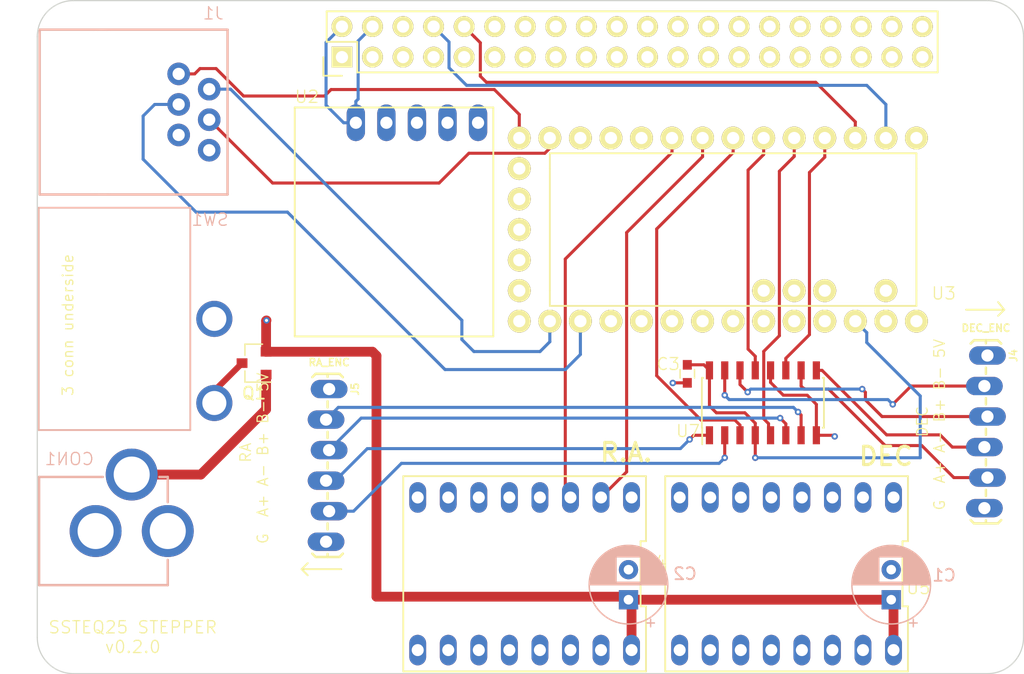
<source format=kicad_pcb>
(kicad_pcb (version 20171130) (host pcbnew 5.1.10-88a1d61d58~88~ubuntu20.04.1)
  (title_block (title "SSTEQ25 Shield") (date 2021-05-25) (rev 0.2.0) (company "StarSync Trackers"))
  (layers (0 F.Cu signal) (1 In1.Cu signal) (2 In2.Cu signal) (31 B.Cu signal) (34 B.Paste user) (35 F.Paste user) (36 B.SilkS user) (37 F.SilkS user) (38 B.Mask user) (39 F.Mask user) (44 Edge.Cuts user))
  (net 0 "")
  (net 1 +12V)
  (net 2 GND)
  (net 3 AG_RA-X)
  (net 4 AG_DEC-Y)
  (net 5 AG_DEC+Y)
  (net 6 AG_RA+X)
  (net 7 +5V)
  (net 8 RPI_TX)
  (net 9 RPI_RX)
  (net 10 +3V3)
  (net 11 +12C)
  (net 12 RA_DIR)
  (net 13 RA_STEP)
  (net 14 RA_MS3)
  (net 15 RA_MS2)
  (net 16 RA_MS1)
  (net 17 DEC_MS3)
  (net 18 DEC_MS2)
  (net 19 DEC_MS1)
  (net 20 DEC_STEP)
  (net 21 DEC_DIR)
  (net 22 "Net-(U4-Pad5)")
  (net 23 "Net-(U5-Pad5)")
  (net 24 RA_ENC_A)
  (net 25 DEC_ENC_A)
  (net 26 RA_ENC_B)
  (net 27 DEC_ENC_B)
  (net 28 RA_ENC_A+)
  (net 29 RA_ENC_A-)
  (net 30 RA_ENC_B+)
  (net 31 RA_ENC_B-)
  (net 32 DEC_ENC_A+)
  (net 33 DEC_ENC_A-)
  (net 34 DEC_ENC_B+)
  (net 35 DEC_ENC_B-)
  (net 36 "Net-(J1-Pad1)")
  (net 37 "Net-(J2-Pad1)")
  (net 38 "Net-(J2-Pad3)")
  (net 39 "Net-(J2-Pad5)")
  (net 40 "Net-(J2-Pad7)")
  (net 41 "Net-(J2-Pad11)")
  (net 42 "Net-(J2-Pad12)")
  (net 43 "Net-(J2-Pad13)")
  (net 44 "Net-(J2-Pad15)")
  (net 45 "Net-(J2-Pad16)")
  (net 46 "Net-(J2-Pad17)")
  (net 47 "Net-(J2-Pad18)")
  (net 48 "Net-(J2-Pad19)")
  (net 49 "Net-(J2-Pad21)")
  (net 50 "Net-(J2-Pad22)")
  (net 51 "Net-(J2-Pad23)")
  (net 52 "Net-(J2-Pad24)")
  (net 53 "Net-(J2-Pad26)")
  (net 54 "Net-(J2-Pad27)")
  (net 55 "Net-(J2-Pad28)")
  (net 56 "Net-(J2-Pad29)")
  (net 57 "Net-(J2-Pad30)")
  (net 58 "Net-(J2-Pad31)")
  (net 59 "Net-(J2-Pad32)")
  (net 60 "Net-(J2-Pad33)")
  (net 61 "Net-(J2-Pad35)")
  (net 62 "Net-(J2-Pad36)")
  (net 63 "Net-(J2-Pad37)")
  (net 64 "Net-(J2-Pad38)")
  (net 65 "Net-(J2-Pad40)")
  (net 66 "Net-(Q1-Pad3)")
  (net 67 "Net-(U2-Pad1)")
  (net 68 "Net-(U2-Pad2)")
  (net 69 "Net-(U3-Pad36)")
  (net 70 "Net-(U3-Pad35)")
  (net 71 "Net-(U3-Pad34)")
  (net 72 "Net-(U3-Pad33)")
  (net 73 "Net-(U3-Pad32)")
  (net 74 "Net-(U3-Pad31)")
  (net 75 "Net-(U3-Pad30)")
  (net 76 "Net-(U3-Pad29)")
  (net 77 "Net-(U3-Pad28)")
  (net 78 "Net-(U3-Pad13)")
  (net 79 "Net-(U3-Pad23)")
  (net 80 "Net-(U3-Pad25)")
  (net 81 "Net-(U4-Pad1)")
  (net 82 "Net-(U4-Pad14)")
  (net 83 "Net-(U4-Pad13)")
  (net 84 "Net-(U4-Pad12)")
  (net 85 "Net-(U4-Pad11)")
  (net 86 "Net-(U5-Pad11)")
  (net 87 "Net-(U5-Pad12)")
  (net 88 "Net-(U5-Pad13)")
  (net 89 "Net-(U5-Pad14)")
  (net 90 "Net-(U5-Pad1)")
  (net 91 "Net-(U4-Pad10)")
  (net 92 "Net-(U5-Pad10)")
  (net 93 "Net-(U3-Pad16)")
  (net 94 "Net-(U3-Pad17)")
  (module RPi_Hat:Pin_Header_Straight_2x20 (layer F.Cu) (at 148.2605 69.532 90)
    (fp_text reference J2 hide)
    (fp_text value RPi_GPIO)
    (pad 1 thru_hole rect (at -1.27 -24.13 90) (size 1.7272 1.7272) (drill 1.016) (layers *.Cu *.Mask F.SilkS) (net 37 "Net-(J2-Pad1)"))
    (pad 2 thru_hole oval (at 1.27 -24.13 90) (size 1.7272 1.7272) (drill 1.016) (layers *.Cu *.Mask F.SilkS) (net 7 +5V))
    (pad 3 thru_hole oval (at -1.27 -21.59 90) (size 1.7272 1.7272) (drill 1.016) (layers *.Cu *.Mask F.SilkS) (net 38 "Net-(J2-Pad3)"))
    (pad 4 thru_hole oval (at 1.27 -21.59 90) (size 1.7272 1.7272) (drill 1.016) (layers *.Cu *.Mask F.SilkS) (net 7 +5V))
    (pad 5 thru_hole oval (at -1.27 -19.05 90) (size 1.7272 1.7272) (drill 1.016) (layers *.Cu *.Mask F.SilkS) (net 39 "Net-(J2-Pad5)"))
    (pad 6 thru_hole oval (at 1.27 -19.05 90) (size 1.7272 1.7272) (drill 1.016) (layers *.Cu *.Mask F.SilkS) (net 2 GND))
    (pad 7 thru_hole oval (at -1.27 -16.51 90) (size 1.7272 1.7272) (drill 1.016) (layers *.Cu *.Mask F.SilkS) (net 40 "Net-(J2-Pad7)"))
    (pad 8 thru_hole oval (at 1.27 -16.51 90) (size 1.7272 1.7272) (drill 1.016) (layers *.Cu *.Mask F.SilkS) (net 8 RPI_TX))
    (pad 9 thru_hole oval (at -1.27 -13.97 90) (size 1.7272 1.7272) (drill 1.016) (layers *.Cu *.Mask F.SilkS) (net 2 GND))
    (pad 10 thru_hole oval (at 1.27 -13.97 90) (size 1.7272 1.7272) (drill 1.016) (layers *.Cu *.Mask F.SilkS) (net 9 RPI_RX))
    (pad 11 thru_hole oval (at -1.27 -11.43 90) (size 1.7272 1.7272) (drill 1.016) (layers *.Cu *.Mask F.SilkS) (net 41 "Net-(J2-Pad11)"))
    (pad 12 thru_hole oval (at 1.27 -11.43 90) (size 1.7272 1.7272) (drill 1.016) (layers *.Cu *.Mask F.SilkS) (net 42 "Net-(J2-Pad12)"))
    (pad 13 thru_hole oval (at -1.27 -8.89 90) (size 1.7272 1.7272) (drill 1.016) (layers *.Cu *.Mask F.SilkS) (net 43 "Net-(J2-Pad13)"))
    (pad 14 thru_hole oval (at 1.27 -8.89 90) (size 1.7272 1.7272) (drill 1.016) (layers *.Cu *.Mask F.SilkS) (net 2 GND))
    (pad 15 thru_hole oval (at -1.27 -6.35 90) (size 1.7272 1.7272) (drill 1.016) (layers *.Cu *.Mask F.SilkS) (net 44 "Net-(J2-Pad15)"))
    (pad 16 thru_hole oval (at 1.27 -6.35 90) (size 1.7272 1.7272) (drill 1.016) (layers *.Cu *.Mask F.SilkS) (net 45 "Net-(J2-Pad16)"))
    (pad 17 thru_hole oval (at -1.27 -3.81 90) (size 1.7272 1.7272) (drill 1.016) (layers *.Cu *.Mask F.SilkS) (net 46 "Net-(J2-Pad17)"))
    (pad 18 thru_hole oval (at 1.27 -3.81 90) (size 1.7272 1.7272) (drill 1.016) (layers *.Cu *.Mask F.SilkS) (net 47 "Net-(J2-Pad18)"))
    (pad 19 thru_hole oval (at -1.27 -1.27 90) (size 1.7272 1.7272) (drill 1.016) (layers *.Cu *.Mask F.SilkS) (net 48 "Net-(J2-Pad19)"))
    (pad 20 thru_hole oval (at 1.27 -1.27 90) (size 1.7272 1.7272) (drill 1.016) (layers *.Cu *.Mask F.SilkS) (net 2 GND))
    (pad 21 thru_hole oval (at -1.27 1.27 90) (size 1.7272 1.7272) (drill 1.016) (layers *.Cu *.Mask F.SilkS) (net 49 "Net-(J2-Pad21)"))
    (pad 22 thru_hole oval (at 1.27 1.27 90) (size 1.7272 1.7272) (drill 1.016) (layers *.Cu *.Mask F.SilkS) (net 50 "Net-(J2-Pad22)"))
    (pad 23 thru_hole oval (at -1.27 3.81 90) (size 1.7272 1.7272) (drill 1.016) (layers *.Cu *.Mask F.SilkS) (net 51 "Net-(J2-Pad23)"))
    (pad 24 thru_hole oval (at 1.27 3.81 90) (size 1.7272 1.7272) (drill 1.016) (layers *.Cu *.Mask F.SilkS) (net 52 "Net-(J2-Pad24)"))
    (pad 25 thru_hole oval (at -1.27 6.35 90) (size 1.7272 1.7272) (drill 1.016) (layers *.Cu *.Mask F.SilkS) (net 2 GND))
    (pad 26 thru_hole oval (at 1.27 6.35 90) (size 1.7272 1.7272) (drill 1.016) (layers *.Cu *.Mask F.SilkS) (net 53 "Net-(J2-Pad26)"))
    (pad 27 thru_hole oval (at -1.27 8.89 90) (size 1.7272 1.7272) (drill 1.016) (layers *.Cu *.Mask F.SilkS) (net 54 "Net-(J2-Pad27)"))
    (pad 28 thru_hole oval (at 1.27 8.89 90) (size 1.7272 1.7272) (drill 1.016) (layers *.Cu *.Mask F.SilkS) (net 55 "Net-(J2-Pad28)"))
    (pad 29 thru_hole oval (at -1.27 11.43 90) (size 1.7272 1.7272) (drill 1.016) (layers *.Cu *.Mask F.SilkS) (net 56 "Net-(J2-Pad29)"))
    (pad 30 thru_hole oval (at 1.27 11.43 90) (size 1.7272 1.7272) (drill 1.016) (layers *.Cu *.Mask F.SilkS) (net 57 "Net-(J2-Pad30)"))
    (pad 31 thru_hole oval (at -1.27 13.97 90) (size 1.7272 1.7272) (drill 1.016) (layers *.Cu *.Mask F.SilkS) (net 58 "Net-(J2-Pad31)"))
    (pad 32 thru_hole oval (at 1.27 13.97 90) (size 1.7272 1.7272) (drill 1.016) (layers *.Cu *.Mask F.SilkS) (net 59 "Net-(J2-Pad32)"))
    (pad 33 thru_hole oval (at -1.27 16.51 90) (size 1.7272 1.7272) (drill 1.016) (layers *.Cu *.Mask F.SilkS) (net 60 "Net-(J2-Pad33)"))
    (pad 34 thru_hole oval (at 1.27 16.51 90) (size 1.7272 1.7272) (drill 1.016) (layers *.Cu *.Mask F.SilkS) (net 2 GND))
    (pad 35 thru_hole oval (at -1.27 19.05 90) (size 1.7272 1.7272) (drill 1.016) (layers *.Cu *.Mask F.SilkS) (net 61 "Net-(J2-Pad35)"))
    (pad 36 thru_hole oval (at 1.27 19.05 90) (size 1.7272 1.7272) (drill 1.016) (layers *.Cu *.Mask F.SilkS) (net 62 "Net-(J2-Pad36)"))
    (pad 37 thru_hole oval (at -1.27 21.59 90) (size 1.7272 1.7272) (drill 1.016) (layers *.Cu *.Mask F.SilkS) (net 63 "Net-(J2-Pad37)"))
    (pad 38 thru_hole oval (at 1.27 21.59 90) (size 1.7272 1.7272) (drill 1.016) (layers *.Cu *.Mask F.SilkS) (net 64 "Net-(J2-Pad38)"))
    (pad 39 thru_hole oval (at -1.27 24.13 90) (size 1.7272 1.7272) (drill 1.016) (layers *.Cu *.Mask F.SilkS) (net 2 GND))
    (pad 40 thru_hole oval (at 1.27 24.13 90) (size 1.7272 1.7272) (drill 1.016) (layers *.Cu *.Mask F.SilkS) (net 65 "Net-(J2-Pad40)"))
  )
  (module RPi_Hat:RPi_Hat_Mounting_Hole (layer F.Cu) (at 177.2605 69.532)
    (fp_text reference "" hide)
    (fp_text value "" hide)
    (pad "" np_thru_hole circle (at 0 0) (size 2.75 2.75) (drill 2.75) (layers *.Cu *.Mask) (clearance 1.725))
  )
  (module RPi_Hat:RPi_Hat_Mounting_Hole (layer F.Cu) (at 177.2605 118.532)
    (fp_text reference "" hide)
    (fp_text value "" hide)
    (pad "" np_thru_hole circle (at 0 0) (size 2.75 2.75) (drill 2.75) (layers *.Cu *.Mask) (clearance 1.725))
  )
  (module RPi_Hat:RPi_Hat_Mounting_Hole (layer F.Cu) (at 119.2605 118.532)
    (fp_text reference "" hide)
    (fp_text value "" hide)
    (pad "" np_thru_hole circle (at 0 0) (size 2.75 2.75) (drill 2.75) (layers *.Cu *.Mask) (clearance 1.725))
  )
  (module RPi_Hat:RPi_Hat_Mounting_Hole (layer F.Cu) (at 119.2605 69.532)
    (fp_text reference "" hide)
    (fp_text value "" hide)
    (pad "" np_thru_hole circle (at 0 0) (size 2.75 2.75) (drill 2.75) (layers *.Cu *.Mask) (clearance 1.725))
  )
  (module isadore_custom_footprints:POWER_JACK_PTH (layer B.Cu) (at 95.9485 110.236 90)
    (fp_text reference CON1 (at 5.3975 7.6365) (layer B.SilkS) (effects (font (size 1.016 1.016) (thickness 0.1016)) (justify left bottom mirror)))
    (fp_text value BARREL_JACK hide)
    (pad 1 thru_hole circle (at 0 13.7 90) (size 4.318 4.318) (drill 2.9972) (layers *.Cu *.Mask) (net 1 +12V))
    (pad 3 thru_hole circle (at 0 7.7 90) (size 4.318 4.318) (drill 2.9972) (layers *.Cu *.Mask) (net 2 GND))
    (pad 2 thru_hole circle (at 4.7 10.7) (size 4.318 4.318) (drill 2.9972) (layers *.Cu *.Mask) (net 2 GND))
  )
  (module SparkFun-Connectors:RJ11-6 (layer B.Cu) (at 104.2035 75.3745 90)
    (fp_text reference J1 (at 7.62 10.16) (layer B.SilkS) (effects (font (size 1.016 1.016) (thickness 0.1016)) (justify left bottom mirror)))
    (fp_text value RJ12 hide)
    (pad 1 thru_hole circle (at -3.175 8.89 90) (size 1.8796 1.8796) (drill 1.016) (layers *.Cu *.Mask) (net 36 "Net-(J1-Pad1)"))
    (pad 2 thru_hole circle (at -1.905 6.35 90) (size 1.8796 1.8796) (drill 1.016) (layers *.Cu *.Mask) (net 2 GND))
    (pad 3 thru_hole circle (at -0.635 8.89 90) (size 1.8796 1.8796) (drill 1.016) (layers *.Cu *.Mask) (net 3 AG_RA-X))
    (pad 4 thru_hole circle (at 0.635 6.35 90) (size 1.8796 1.8796) (drill 1.016) (layers *.Cu *.Mask) (net 4 AG_DEC-Y))
    (pad 5 thru_hole circle (at 1.905 8.89 90) (size 1.8796 1.8796) (drill 1.016) (layers *.Cu *.Mask) (net 5 AG_DEC+Y))
    (pad 6 thru_hole circle (at 3.175 6.35 90) (size 1.8796 1.8796) (drill 1.016) (layers *.Cu *.Mask) (net 6 AG_RA+X))
    (pad "" np_thru_hole circle (at -5.08 0 90) (size 3.2512 3.2512) (drill 3.2512) (layers *.Cu))
    (pad "" np_thru_hole circle (at 5.08 0 90) (size 3.2512 3.2512) (drill 3.2512) (layers *.Cu))
  )
  (module isadore_custom_footprints:pololu_D24V22F5 (layer F.Cu) (at 130.3655 76.2635 180)
    (fp_text reference U2 (at 9.144 2.159) (layer F.SilkS) (effects (font (size 1.016 1.016) (thickness 0.1016))))
    (fp_text value pololu_D24V22F5)
    (pad 1 thru_hole oval (at -5.08 0 180) (size 1.524 3.048) (drill 1.016) (layers *.Cu *.Mask) (net 67 "Net-(U2-Pad1)"))
    (pad 2 thru_hole oval (at -2.54 0 180) (size 1.524 3.048) (drill 1.016) (layers *.Cu *.Mask) (net 68 "Net-(U2-Pad2)"))
    (pad 3 thru_hole oval (at 0 0 180) (size 1.524 3.048) (drill 1.016) (layers *.Cu *.Mask) (net 11 +12C))
    (pad 4 thru_hole oval (at 2.54 0 180) (size 1.524 3.048) (drill 1.016) (layers *.Cu *.Mask) (net 2 GND))
    (pad 5 thru_hole oval (at 5.08 0 180) (size 1.524 3.048) (drill 1.016) (layers *.Cu *.Mask) (net 7 +5V))
  )
  (module custom_footprints:Teensy-3.1 (layer F.Cu) (at 169.3545 77.5335 180)
    (fp_text reference U3 (at -4.8133 -12.9286) (layer F.SilkS) (effects (font (size 1.016 1.016) (thickness 0.1016))))
    (fp_text value Teensy_3.1)
    (pad 36 thru_hole circle (at 10.16 -12.7 180) (size 1.9 1.9) (drill 1.016) (layers *.Cu *.Mask F.SilkS) (net 69 "Net-(U3-Pad36)"))
    (pad 35 thru_hole circle (at 7.62 -12.7 180) (size 1.9 1.9) (drill 1.016) (layers *.Cu *.Mask F.SilkS) (net 70 "Net-(U3-Pad35)"))
    (pad 34 thru_hole circle (at 5.08 -12.7 180) (size 1.9 1.9) (drill 1.016) (layers *.Cu *.Mask F.SilkS) (net 71 "Net-(U3-Pad34)"))
    (pad 33 thru_hole circle (at 0 -12.7 180) (size 1.9 1.9) (drill 1.016) (layers *.Cu *.Mask F.SilkS) (net 72 "Net-(U3-Pad33)"))
    (pad 32 thru_hole circle (at 30.48 -2.54 180) (size 1.9 1.9) (drill 1.016) (layers *.Cu *.Mask F.SilkS) (net 73 "Net-(U3-Pad32)"))
    (pad 31 thru_hole circle (at 30.48 -5.08 180) (size 1.9 1.9) (drill 1.016) (layers *.Cu *.Mask F.SilkS) (net 74 "Net-(U3-Pad31)"))
    (pad 30 thru_hole circle (at 30.48 -7.62 180) (size 1.9 1.9) (drill 1.016) (layers *.Cu *.Mask F.SilkS) (net 75 "Net-(U3-Pad30)"))
    (pad 29 thru_hole circle (at 30.48 -10.16 180) (size 1.9 1.9) (drill 1.016) (layers *.Cu *.Mask F.SilkS) (net 76 "Net-(U3-Pad29)"))
    (pad 28 thru_hole circle (at 30.48 -12.7 180) (size 1.9 1.9) (drill 1.016) (layers *.Cu *.Mask F.SilkS) (net 77 "Net-(U3-Pad28)"))
    (pad 0 thru_hole circle (at 0 0 180) (size 1.9 1.9) (drill 1.016) (layers *.Cu *.Mask F.SilkS) (net 8 RPI_TX))
    (pad 1 thru_hole circle (at 2.54 0 180) (size 1.9 1.9) (drill 1.016) (layers *.Cu *.Mask F.SilkS) (net 9 RPI_RX))
    (pad 2 thru_hole circle (at 5.08 0 180) (size 1.9 1.9) (drill 1.016) (layers *.Cu *.Mask F.SilkS) (net 25 DEC_ENC_A))
    (pad 3 thru_hole circle (at 7.62 0 180) (size 1.9 1.9) (drill 1.016) (layers *.Cu *.Mask F.SilkS) (net 26 RA_ENC_B))
    (pad 4 thru_hole circle (at 10.16 0 180) (size 1.9 1.9) (drill 1.016) (layers *.Cu *.Mask F.SilkS) (net 27 DEC_ENC_B))
    (pad 5 thru_hole circle (at 12.7 0 180) (size 1.9 1.9) (drill 1.016) (layers *.Cu *.Mask F.SilkS) (net 24 RA_ENC_A))
    (pad 6 thru_hole circle (at 15.24 0 180) (size 1.9 1.9) (drill 1.016) (layers *.Cu *.Mask F.SilkS) (net 16 RA_MS1))
    (pad 7 thru_hole circle (at 17.78 0 180) (size 1.9 1.9) (drill 1.016) (layers *.Cu *.Mask F.SilkS) (net 15 RA_MS2))
    (pad 8 thru_hole circle (at 20.32 0 180) (size 1.9 1.9) (drill 1.016) (layers *.Cu *.Mask F.SilkS) (net 14 RA_MS3))
    (pad 9 thru_hole circle (at 22.86 0 180) (size 1.9 1.9) (drill 1.016) (layers *.Cu *.Mask F.SilkS) (net 13 RA_STEP))
    (pad 10 thru_hole circle (at 25.4 0 180) (size 1.9 1.9) (drill 1.016) (layers *.Cu *.Mask F.SilkS) (net 12 RA_DIR))
    (pad 11 thru_hole circle (at 27.94 0 180) (size 1.9 1.9) (drill 1.016) (layers *.Cu *.Mask F.SilkS) (net 3 AG_RA-X))
    (pad 12 thru_hole circle (at 30.48 0 180) (size 1.9 1.9) (drill 1.016) (layers *.Cu *.Mask F.SilkS) (net 6 AG_RA+X))
    (pad 13 thru_hole circle (at 30.48 -15.24 180) (size 1.9 1.9) (drill 1.016) (layers *.Cu *.Mask F.SilkS) (net 78 "Net-(U3-Pad13)"))
    (pad 14 thru_hole circle (at 27.94 -15.24 180) (size 1.9 1.9) (drill 1.016) (layers *.Cu *.Mask F.SilkS) (net 5 AG_DEC+Y))
    (pad 15 thru_hole circle (at 25.4 -15.24 180) (size 1.9 1.9) (drill 1.016) (layers *.Cu *.Mask F.SilkS) (net 4 AG_DEC-Y))
    (pad 16 thru_hole circle (at 22.86 -15.24 180) (size 1.9 1.9) (drill 1.016) (layers *.Cu *.Mask F.SilkS) (net 93 "Net-(U3-Pad16)"))
    (pad 17 thru_hole circle (at 20.32 -15.24 180) (size 1.9 1.9) (drill 1.016) (layers *.Cu *.Mask F.SilkS) (net 94 "Net-(U3-Pad17)"))
    (pad 18 thru_hole circle (at 17.78 -15.24 180) (size 1.9 1.9) (drill 1.016) (layers *.Cu *.Mask F.SilkS) (net 17 DEC_MS3))
    (pad 19 thru_hole circle (at 15.24 -15.24 180) (size 1.9 1.9) (drill 1.016) (layers *.Cu *.Mask F.SilkS) (net 18 DEC_MS2))
    (pad 20 thru_hole circle (at 12.7 -15.24 180) (size 1.9 1.9) (drill 1.016) (layers *.Cu *.Mask F.SilkS) (net 19 DEC_MS1))
    (pad 21 thru_hole circle (at 10.16 -15.24 180) (size 1.9 1.9) (drill 1.016) (layers *.Cu *.Mask F.SilkS) (net 20 DEC_STEP))
    (pad 22 thru_hole circle (at 7.62 -15.24 180) (size 1.9 1.9) (drill 1.016) (layers *.Cu *.Mask F.SilkS) (net 21 DEC_DIR))
    (pad 23 thru_hole circle (at 5.08 -15.24 180) (size 1.9 1.9) (drill 1.016) (layers *.Cu *.Mask F.SilkS) (net 79 "Net-(U3-Pad23)"))
    (pad 24 thru_hole circle (at 2.54 -15.24 180) (size 1.9 1.9) (drill 1.016) (layers *.Cu *.Mask F.SilkS) (net 10 +3V3))
    (pad 25 thru_hole circle (at 0 -15.24 180) (size 1.9 1.9) (drill 1.016) (layers *.Cu *.Mask F.SilkS) (net 80 "Net-(U3-Pad25)"))
    (pad 26 thru_hole circle (at -2.54 -15.24 180) (size 1.9 1.9) (drill 1.016) (layers *.Cu *.Mask F.SilkS) (net 7 +5V))
    (pad 27 thru_hole circle (at -2.54 0 180) (size 1.9 1.9) (drill 1.016) (layers *.Cu *.Mask F.SilkS) (net 2 GND))
  )
  (module custom_footprints:PWR_SWITCH_RA1H1C112R (layer B.Cu) (at 105.2195 92.583 270)
    (fp_text reference SW1 (at -8.255 -7.9375 180) (layer B.SilkS) (effects (font (size 1.016 1.016) (thickness 0.1016)) (justify mirror)))
    (fp_text value SW_SPST hide)
    (pad 1 thru_hole circle (at 0 -8.3 270) (size 3 3) (drill 2) (layers *.Cu *.Mask) (net 1 +12V))
    (pad 2 thru_hole circle (at 7 -8.3 270) (size 3 3) (drill 2) (layers *.Cu *.Mask) (net 66 "Net-(Q1-Pad3)"))
  )
  (module Capacitors_SMD:C_0603 (layer F.Cu) (at 152.8445 97.155 90)
    (fp_text reference C3 (at 0.8128 -1.5875 180) (layer F.SilkS) (effects (font (thickness 0.1016))))
    (fp_text value 0.1u)
    (pad 1 smd rect (at -0.75 0 90) (size 0.8 0.75) (layers F.Cu F.Paste F.Mask) (net 2 GND))
    (pad 2 smd rect (at 0.75 0 90) (size 0.8 0.75) (layers F.Cu F.Paste F.Mask) (net 10 +3V3))
  )
  (module custom_footprints:pololu_a4988 (layer F.Cu) (at 139.319 113.792 180)
    (fp_text reference U4 (at -10.7696 0.9398) (layer F.SilkS) (effects (font (thickness 0.1016))))
    (fp_text value TB67S249-FTG)
    (pad 16 thru_hole oval (at -8.89 -6.35 180) (size 1.4 2.54) (drill 1) (layers *.Cu *.Mask) (net 11 +12C))
    (pad 1 thru_hole oval (at -8.89 6.35 180) (size 1.4 2.54) (drill 1) (layers *.Cu *.Mask) (net 81 "Net-(U4-Pad1)"))
    (pad 15 thru_hole oval (at -6.35 -6.35 180) (size 1.4 2.54) (drill 1) (layers *.Cu *.Mask) (net 2 GND))
    (pad 2 thru_hole oval (at -6.35 6.35 180) (size 1.4 2.54) (drill 1) (layers *.Cu *.Mask) (net 16 RA_MS1))
    (pad 14 thru_hole oval (at -3.81 -6.35 180) (size 1.4 2.54) (drill 1) (layers *.Cu *.Mask) (net 82 "Net-(U4-Pad14)"))
    (pad 3 thru_hole oval (at -3.81 6.35 180) (size 1.4 2.54) (drill 1) (layers *.Cu *.Mask) (net 15 RA_MS2))
    (pad 13 thru_hole oval (at -1.27 -6.35 180) (size 1.4 2.54) (drill 1) (layers *.Cu *.Mask) (net 83 "Net-(U4-Pad13)"))
    (pad 4 thru_hole oval (at -1.27 6.35 180) (size 1.4 2.54) (drill 1) (layers *.Cu *.Mask) (net 14 RA_MS3))
    (pad 12 thru_hole oval (at 1.27 -6.35 180) (size 1.4 2.54) (drill 1) (layers *.Cu *.Mask) (net 84 "Net-(U4-Pad12)"))
    (pad 5 thru_hole oval (at 1.27 6.35 180) (size 1.4 2.54) (drill 1) (layers *.Cu *.Mask) (net 22 "Net-(U4-Pad5)"))
    (pad 11 thru_hole oval (at 3.81 -6.35 180) (size 1.4 2.54) (drill 1) (layers *.Cu *.Mask) (net 85 "Net-(U4-Pad11)"))
    (pad 6 thru_hole oval (at 3.81 6.35 180) (size 1.4 2.54) (drill 1) (layers *.Cu *.Mask) (net 2 GND))
    (pad 10 thru_hole oval (at 6.35 -6.35 180) (size 1.4 2.54) (drill 1) (layers *.Cu *.Mask) (net 91 "Net-(U4-Pad10)"))
    (pad 7 thru_hole oval (at 6.35 6.35 180) (size 1.4 2.54) (drill 1) (layers *.Cu *.Mask) (net 13 RA_STEP))
    (pad 9 thru_hole oval (at 8.89 -6.35 180) (size 1.4 2.54) (drill 1) (layers *.Cu *.Mask) (net 2 GND))
    (pad 8 thru_hole oval (at 8.89 6.35 180) (size 1.4 2.54) (drill 1) (layers *.Cu *.Mask) (net 12 RA_DIR))
  )
  (module custom_footprints:pololu_a4988 (layer F.Cu) (at 161.0995 113.792 180)
    (fp_text reference U5 (at -10.9601 -1.1938) (layer F.SilkS) (effects (font (thickness 0.1016))))
    (fp_text value TB67S249-FTG)
    (pad 8 thru_hole oval (at 8.89 6.35 180) (size 1.4 2.54) (drill 1) (layers *.Cu *.Mask) (net 21 DEC_DIR))
    (pad 9 thru_hole oval (at 8.89 -6.35 180) (size 1.4 2.54) (drill 1) (layers *.Cu *.Mask) (net 2 GND))
    (pad 7 thru_hole oval (at 6.35 6.35 180) (size 1.4 2.54) (drill 1) (layers *.Cu *.Mask) (net 20 DEC_STEP))
    (pad 10 thru_hole oval (at 6.35 -6.35 180) (size 1.4 2.54) (drill 1) (layers *.Cu *.Mask) (net 92 "Net-(U5-Pad10)"))
    (pad 6 thru_hole oval (at 3.81 6.35 180) (size 1.4 2.54) (drill 1) (layers *.Cu *.Mask) (net 2 GND))
    (pad 11 thru_hole oval (at 3.81 -6.35 180) (size 1.4 2.54) (drill 1) (layers *.Cu *.Mask) (net 86 "Net-(U5-Pad11)"))
    (pad 5 thru_hole oval (at 1.27 6.35 180) (size 1.4 2.54) (drill 1) (layers *.Cu *.Mask) (net 23 "Net-(U5-Pad5)"))
    (pad 12 thru_hole oval (at 1.27 -6.35 180) (size 1.4 2.54) (drill 1) (layers *.Cu *.Mask) (net 87 "Net-(U5-Pad12)"))
    (pad 4 thru_hole oval (at -1.27 6.35 180) (size 1.4 2.54) (drill 1) (layers *.Cu *.Mask) (net 17 DEC_MS3))
    (pad 13 thru_hole oval (at -1.27 -6.35 180) (size 1.4 2.54) (drill 1) (layers *.Cu *.Mask) (net 88 "Net-(U5-Pad13)"))
    (pad 3 thru_hole oval (at -3.81 6.35 180) (size 1.4 2.54) (drill 1) (layers *.Cu *.Mask) (net 18 DEC_MS2))
    (pad 14 thru_hole oval (at -3.81 -6.35 180) (size 1.4 2.54) (drill 1) (layers *.Cu *.Mask) (net 89 "Net-(U5-Pad14)"))
    (pad 2 thru_hole oval (at -6.35 6.35 180) (size 1.4 2.54) (drill 1) (layers *.Cu *.Mask) (net 19 DEC_MS1))
    (pad 15 thru_hole oval (at -6.35 -6.35 180) (size 1.4 2.54) (drill 1) (layers *.Cu *.Mask) (net 2 GND))
    (pad 1 thru_hole oval (at -8.89 6.35 180) (size 1.4 2.54) (drill 1) (layers *.Cu *.Mask) (net 90 "Net-(U5-Pad1)"))
    (pad 16 thru_hole oval (at -8.89 -6.35 180) (size 1.4 2.54) (drill 1) (layers *.Cu *.Mask) (net 11 +12C))
  )
  (module Housings_SOIC:SOIC-16_3.9x9.9mm_Pitch1.27mm (layer F.Cu) (at 159.131 99.568 90)
    (fp_text reference U7 (at -2.3495 -6.223 180) (layer F.SilkS) (effects (font (thickness 0.1016))))
    (fp_text value AM26LV32CDRG4)
    (pad 16 smd rect (at 2.7 -4.445 90) (size 1.5 0.6) (layers F.Cu F.Paste F.Mask) (net 10 +3V3))
    (pad 15 smd rect (at 2.7 -3.175 90) (size 1.5 0.6) (layers F.Cu F.Paste F.Mask) (net 35 DEC_ENC_B-))
    (pad 14 smd rect (at 2.7 -1.905 90) (size 1.5 0.6) (layers F.Cu F.Paste F.Mask) (net 34 DEC_ENC_B+))
    (pad 13 smd rect (at 2.7 -0.635 90) (size 1.5 0.6) (layers F.Cu F.Paste F.Mask) (net 27 DEC_ENC_B))
    (pad 12 smd rect (at 2.7 0.635 90) (size 1.5 0.6) (layers F.Cu F.Paste F.Mask) (net 2 GND))
    (pad 11 smd rect (at 2.7 1.905 90) (size 1.5 0.6) (layers F.Cu F.Paste F.Mask) (net 25 DEC_ENC_A))
    (pad 10 smd rect (at 2.7 3.175 90) (size 1.5 0.6) (layers F.Cu F.Paste F.Mask) (net 32 DEC_ENC_A+))
    (pad 9 smd rect (at 2.7 4.445 90) (size 1.5 0.6) (layers F.Cu F.Paste F.Mask) (net 33 DEC_ENC_A-))
    (pad 8 smd rect (at -2.7 4.445 90) (size 1.5 0.6) (layers F.Cu F.Paste F.Mask) (net 2 GND))
    (pad 7 smd rect (at -2.7 3.175 90) (size 1.5 0.6) (layers F.Cu F.Paste F.Mask) (net 31 RA_ENC_B-))
    (pad 6 smd rect (at -2.7 1.905 90) (size 1.5 0.6) (layers F.Cu F.Paste F.Mask) (net 30 RA_ENC_B+))
    (pad 5 smd rect (at -2.7 0.635 90) (size 1.5 0.6) (layers F.Cu F.Paste F.Mask) (net 26 RA_ENC_B))
    (pad 4 smd rect (at -2.7 -0.635 90) (size 1.5 0.6) (layers F.Cu F.Paste F.Mask) (net 10 +3V3))
    (pad 3 smd rect (at -2.7 -1.905 90) (size 1.5 0.6) (layers F.Cu F.Paste F.Mask) (net 24 RA_ENC_A))
    (pad 2 smd rect (at -2.7 -3.175 90) (size 1.5 0.6) (layers F.Cu F.Paste F.Mask) (net 28 RA_ENC_A+))
    (pad 1 smd rect (at -2.7 -4.445 90) (size 1.5 0.6) (layers F.Cu F.Paste F.Mask) (net 29 RA_ENC_A-))
  )
  (module Connectors:1X06_LOCK_LONGPADS (layer F.Cu) (at 177.8 95.631 270)
    (fp_text reference J4 (at 0 -2.159 270) (layer F.SilkS) (effects (font (size 0.6096 0.6096) (thickness 0.127))))
    (fp_text value DEC_ENC (at -2.286 0.127) (layer F.SilkS) (effects (font (size 0.6096 0.6096) (thickness 0.127))))
    (pad 1 thru_hole oval (at 0 0 90) (size 1.524 3.048) (drill 1.016) (layers *.Cu *.Mask) (net 7 +5V))
    (pad 2 thru_hole oval (at 2.54 0.254 90) (size 1.524 3.048) (drill 1.016) (layers *.Cu *.Mask) (net 35 DEC_ENC_B-))
    (pad 3 thru_hole oval (at 5.08 0 90) (size 1.524 3.048) (drill 1.016) (layers *.Cu *.Mask) (net 34 DEC_ENC_B+))
    (pad 4 thru_hole oval (at 7.62 0.254 90) (size 1.524 3.048) (drill 1.016) (layers *.Cu *.Mask) (net 33 DEC_ENC_A-))
    (pad 5 thru_hole oval (at 10.16 0 90) (size 1.524 3.048) (drill 1.016) (layers *.Cu *.Mask) (net 32 DEC_ENC_A+))
    (pad 6 thru_hole oval (at 12.7 0.254 90) (size 1.524 3.048) (drill 1.016) (layers *.Cu *.Mask) (net 2 GND))
  )
  (module Connectors:1X06_LOCK_LONGPADS (layer F.Cu) (at 123.063 98.425 270)
    (fp_text reference J5 (at 0 -2.159 270) (layer F.SilkS) (effects (font (size 0.6096 0.6096) (thickness 0.127))))
    (fp_text value RA_ENC (at -2.2225 0) (layer F.SilkS) (effects (font (size 0.6096 0.6096) (thickness 0.127))))
    (pad 6 thru_hole oval (at 12.7 0.254 90) (size 1.524 3.048) (drill 1.016) (layers *.Cu *.Mask) (net 2 GND))
    (pad 5 thru_hole oval (at 10.16 0 90) (size 1.524 3.048) (drill 1.016) (layers *.Cu *.Mask) (net 28 RA_ENC_A+))
    (pad 4 thru_hole oval (at 7.62 0.254 90) (size 1.524 3.048) (drill 1.016) (layers *.Cu *.Mask) (net 29 RA_ENC_A-))
    (pad 3 thru_hole oval (at 5.08 0 90) (size 1.524 3.048) (drill 1.016) (layers *.Cu *.Mask) (net 30 RA_ENC_B+))
    (pad 2 thru_hole oval (at 2.54 0.254 90) (size 1.524 3.048) (drill 1.016) (layers *.Cu *.Mask) (net 31 RA_ENC_B-))
    (pad 1 thru_hole oval (at 0 0 90) (size 1.524 3.048) (drill 1.016) (layers *.Cu *.Mask) (net 7 +5V))
  )
  (module Package_TO_SOT_SMD:SOT-23 (layer F.Cu) (at 116.824 96.266 180)
    (fp_text reference Q1 (at 0 -2.5) (layer F.SilkS))
    (fp_text value Si2369DS)
    (pad 1 smd rect (at -1 -0.95 180) (size 0.9 0.8) (layers F.Cu F.Paste F.Mask) (net 2 GND))
    (pad 2 smd rect (at -1 0.95 180) (size 0.9 0.8) (layers F.Cu F.Paste F.Mask) (net 11 +12C))
    (pad 3 smd rect (at 1 0 180) (size 0.9 0.8) (layers F.Cu F.Paste F.Mask) (net 66 "Net-(Q1-Pad3)"))
  )
  (module Capacitor_THT:CP_Radial_D6.3mm_P2.50mm (layer B.Cu) (at 169.799 115.951 90)
    (fp_text reference C1 (at 2.032 4.4 180) (layer B.SilkS) (effects (justify mirror)))
    (fp_text value 100u/35V)
    (pad 1 thru_hole rect (at 0 0 90) (size 1.6 1.6) (drill 0.8) (layers *.Cu *.Mask) (net 11 +12C))
    (pad 2 thru_hole circle (at 2.5 0 90) (size 1.6 1.6) (drill 0.8) (layers *.Cu *.Mask) (net 2 GND))
  )
  (module Capacitor_THT:CP_Radial_D6.3mm_P2.50mm (layer B.Cu) (at 147.955 115.951 90)
    (fp_text reference C2 (at 2.159 4.699 180) (layer B.SilkS) (effects (justify mirror)))
    (fp_text value 100u/35V)
    (pad 2 thru_hole circle (at 2.5 0 90) (size 1.6 1.6) (drill 0.8) (layers *.Cu *.Mask) (net 2 GND))
    (pad 1 thru_hole rect (at 0 0 90) (size 1.6 1.6) (drill 0.8) (layers *.Cu *.Mask) (net 11 +12C))
  )
  (gr_line (start 98.8 119.1) (end 98.8 69.1) (layer Edge.Cuts) (width 0.1))
  (gr_line (start 177.8 122.1) (end 101.8 122.1) (layer Edge.Cuts) (width 0.1))
  (gr_line (start 180.8 69.1) (end 180.8 119.1) (layer Edge.Cuts) (width 0.1))
  (gr_line (start 101.8 66.1) (end 177.8 66.1) (layer Edge.Cuts) (width 0.1))
  (gr_arc (start 101.8 119.1) (end 98.8 119.1) (angle -90) (layer Edge.Cuts) (width 0.1))
  (gr_arc (start 177.8 119.1) (end 177.8 122.1) (angle -90) (layer Edge.Cuts) (width 0.1))
  (gr_arc (start 177.8 69.1) (end 180.8 69.1) (angle -90) (layer Edge.Cuts) (width 0.1))
  (gr_arc (start 101.8 69.1) (end 101.8 66.1) (angle -90) (layer Edge.Cuts) (width 0.1))
  (gr_text "3 conn underside" (at 101.346 93.091 90) (layer F.SilkS) (effects (font (size 0.889 0.889) (thickness 0.1016))))
  (gr_line (start 120.904 113.411) (end 124.079 113.411) (layer F.SilkS) (width 0.15))
  (gr_line (start 120.777 113.411) (end 121.285 113.919) (layer F.SilkS) (width 0.15))
  (gr_line (start 120.777 113.411) (end 121.285 112.903) (layer F.SilkS) (width 0.15))
  (gr_line (start 179.197 91.821) (end 178.689 92.329) (layer F.SilkS) (width 0.15))
  (gr_line (start 179.197 91.821) (end 178.689 91.186) (layer F.SilkS) (width 0.15))
  (gr_line (start 176.022 91.821) (end 179.197 91.821) (layer F.SilkS) (width 0.15))
  (gr_text "          RA\nG  A+ A- B+ B- 5V" (at 116.84 111.379 90) (layer F.SilkS) (effects (font (size 0.889 0.889) (thickness 0.1016)) (justify left)))
  (gr_text "         DEC\nG  A+ A- B+ B- 5V" (at 173.101 108.585 90) (layer F.SilkS) (effects (font (size 0.889 0.889) (thickness 0.1016)) (justify left)))
  (gr_text DEC (at 169.3545 104.013) (layer F.SilkS) (effects (font (size 1.524 1.524) (thickness 0.254))))
  (gr_text R.A. (at 147.7645 103.6955) (layer F.SilkS) (effects (font (size 1.524 1.524) (thickness 0.254))))
  (gr_text "SSTEQ25 STEPPER\nv0.2.0" (at 106.7435 119.0625) (layer F.SilkS) (effects (font (size 1.016 1.016) (thickness 0.1016))))
  (via (at 165.1 102.362) (size 0.5334) (drill 0.254) (layers F.Cu B.Cu) (net 2))
  (segment (start 163.576 102.268) (end 165.006 102.268) (width 0.254) (layer F.Cu) (net 2))
  (segment (start 165.006 102.268) (end 165.1 102.362) (width 0.254) (layer F.Cu) (net 2))
  (segment (start 152.8445 97.905) (end 151.65 97.905) (width 0.254) (layer F.Cu) (net 2))
  (via (at 151.638 97.917) (size 0.5334) (drill 0.254) (layers F.Cu B.Cu) (net 2))
  (segment (start 151.65 97.905) (end 151.638 97.917) (width 0.254) (layer F.Cu) (net 2))
  (segment (start 159.766 97.872) (end 160.827 98.933) (width 0.254) (layer F.Cu) (net 2))
  (segment (start 159.766 96.868) (end 159.766 97.872) (width 0.254) (layer F.Cu) (net 2))
  (segment (start 160.827 98.933) (end 162.814 98.933) (width 0.254) (layer F.Cu) (net 2))
  (segment (start 163.576 99.695) (end 163.576 102.268) (width 0.254) (layer F.Cu) (net 2))
  (segment (start 162.814 98.933) (end 163.576 99.695) (width 0.254) (layer F.Cu) (net 2))
  (segment (start 106.6485 105.536) (end 112.396 105.536) (width 0.8128) (layer F.Cu) (net 2))
  (segment (start 117.824 100.108) (end 117.824 97.216) (width 0.8128) (layer F.Cu) (net 2))
  (segment (start 112.396 105.536) (end 117.824 100.108) (width 0.8128) (layer F.Cu) (net 2))
  (segment (start 141.4145 78.3855) (end 141.4145 77.5335) (width 0.254) (layer F.Cu) (net 3))
  (segment (start 141 78.8) (end 141.4145 78.3855) (width 0.254) (layer F.Cu) (net 3))
  (segment (start 132.207 81.280006) (end 134.687006 78.8) (width 0.254) (layer F.Cu) (net 3))
  (segment (start 118.364006 81.280006) (end 132.207 81.280006) (width 0.254) (layer F.Cu) (net 3))
  (segment (start 134.687006 78.8) (end 141 78.8) (width 0.254) (layer F.Cu) (net 3))
  (segment (start 113.0935 76.0095) (end 118.364006 81.280006) (width 0.254) (layer F.Cu) (net 3))
  (segment (start 110.5535 74.7395) (end 108.5605 74.7395) (width 0.254) (layer B.Cu) (net 4))
  (segment (start 108.5605 74.7395) (end 107.6 75.7) (width 0.254) (layer B.Cu) (net 4))
  (segment (start 107.6 75.7) (end 107.6 79.3) (width 0.254) (layer B.Cu) (net 4))
  (segment (start 107.6 79.3) (end 112 83.7) (width 0.254) (layer B.Cu) (net 4))
  (segment (start 112 83.7) (end 119.6 83.7) (width 0.254) (layer B.Cu) (net 4))
  (segment (start 119.6 83.7) (end 132.7 96.8) (width 0.254) (layer B.Cu) (net 4))
  (segment (start 132.7 96.8) (end 142.7 96.8) (width 0.254) (layer B.Cu) (net 4))
  (segment (start 143.9545 95.5455) (end 143.9545 92.7735) (width 0.254) (layer B.Cu) (net 4))
  (segment (start 142.7 96.8) (end 143.9545 95.5455) (width 0.254) (layer B.Cu) (net 4))
  (segment (start 113.0935 73.4695) (end 114.8695 73.4695) (width 0.254) (layer B.Cu) (net 5))
  (segment (start 114.8695 73.4695) (end 134.1 92.7) (width 0.254) (layer B.Cu) (net 5))
  (segment (start 134.1 92.7) (end 134.1 94.3) (width 0.254) (layer B.Cu) (net 5))
  (segment (start 134.1 94.3) (end 135.1 95.3) (width 0.254) (layer B.Cu) (net 5))
  (segment (start 135.1 95.3) (end 140.6 95.3) (width 0.254) (layer B.Cu) (net 5))
  (segment (start 141.4145 94.4855) (end 141.4145 92.7735) (width 0.254) (layer B.Cu) (net 5))
  (segment (start 140.6 95.3) (end 141.4145 94.4855) (width 0.254) (layer B.Cu) (net 5))
  (segment (start 110.5535 72.1995) (end 110.608315 72.144685) (width 0.254) (layer F.Cu) (net 6))
  (segment (start 138.8745 75.5745) (end 138.8745 77.5335) (width 0.254) (layer F.Cu) (net 6))
  (segment (start 136.8 73.5) (end 138.8745 75.5745) (width 0.254) (layer F.Cu) (net 6))
  (segment (start 123.223 73.5) (end 136.8 73.5) (width 0.254) (layer F.Cu) (net 6))
  (segment (start 122.682 74.041) (end 123.223 73.5) (width 0.254) (layer F.Cu) (net 6))
  (segment (start 115.951 74.041) (end 122.682 74.041) (width 0.254) (layer F.Cu) (net 6))
  (segment (start 113.665 71.755) (end 115.951 74.041) (width 0.254) (layer F.Cu) (net 6))
  (segment (start 112.327077 71.755) (end 113.665 71.755) (width 0.254) (layer F.Cu) (net 6))
  (segment (start 111.882577 72.1995) (end 112.327077 71.755) (width 0.254) (layer F.Cu) (net 6))
  (segment (start 110.5535 72.1995) (end 111.882577 72.1995) (width 0.254) (layer F.Cu) (net 6))
  (segment (start 124.1305 68.262) (end 123.889 68.262) (width 0.254) (layer B.Cu) (net 7))
  (segment (start 126.302 68.262) (end 126.6705 68.262) (width 0.254) (layer B.Cu) (net 7))
  (segment (start 125.2855 77.6605) (end 125.2855 76.2635) (width 0.254) (layer B.Cu) (net 7))
  (segment (start 125.2855 74.4855) (end 125.476 74.295) (width 0.254) (layer B.Cu) (net 7))
  (segment (start 125.2855 76.2635) (end 125.2855 74.4855) (width 0.254) (layer B.Cu) (net 7))
  (segment (start 125.476 69.4565) (end 126.6705 68.262) (width 0.254) (layer B.Cu) (net 7))
  (segment (start 125.476 74.295) (end 125.476 69.4565) (width 0.254) (layer B.Cu) (net 7))
  (segment (start 124.2695 76.2635) (end 122.809 74.803) (width 0.254) (layer B.Cu) (net 7))
  (segment (start 125.2855 76.2635) (end 124.2695 76.2635) (width 0.254) (layer B.Cu) (net 7))
  (segment (start 122.809 69.5835) (end 124.1305 68.262) (width 0.254) (layer B.Cu) (net 7))
  (segment (start 122.809 74.803) (end 122.809 69.5835) (width 0.254) (layer B.Cu) (net 7))
  (segment (start 167.767 73.152) (end 169.3545 74.7395) (width 0.254) (layer B.Cu) (net 8))
  (segment (start 134.493 73.152) (end 167.767 73.152) (width 0.254) (layer B.Cu) (net 8))
  (segment (start 133.0325 71.6915) (end 134.493 73.152) (width 0.254) (layer B.Cu) (net 8))
  (segment (start 169.3545 74.7395) (end 169.3545 77.5335) (width 0.254) (layer B.Cu) (net 8))
  (segment (start 131.7505 68.262) (end 133.0325 69.544) (width 0.254) (layer B.Cu) (net 8))
  (segment (start 133.0325 69.544) (end 133.0325 71.6915) (width 0.254) (layer B.Cu) (net 8))
  (segment (start 166.8145 76.189998) (end 163.522502 72.898) (width 0.254) (layer F.Cu) (net 9))
  (segment (start 135.154099 69.125599) (end 134.2905 68.262) (width 0.254) (layer F.Cu) (net 9))
  (segment (start 135.636 69.6075) (end 135.154099 69.125599) (width 0.254) (layer F.Cu) (net 9))
  (segment (start 166.8145 77.5335) (end 166.8145 76.189998) (width 0.254) (layer F.Cu) (net 9))
  (segment (start 136.144 72.898) (end 135.636 72.39) (width 0.254) (layer F.Cu) (net 9))
  (segment (start 163.522502 72.898) (end 136.144 72.898) (width 0.254) (layer F.Cu) (net 9))
  (segment (start 135.636 72.39) (end 135.636 69.6075) (width 0.254) (layer F.Cu) (net 9))
  (segment (start 158.496 102.268) (end 158.496 101.818) (width 0.254) (layer F.Cu) (net 10))
  (segment (start 154.223 96.405) (end 154.686 96.868) (width 0.254) (layer F.Cu) (net 10))
  (segment (start 152.8445 96.405) (end 154.223 96.405) (width 0.254) (layer F.Cu) (net 10))
  (via (at 158.496 104.14) (size 0.5334) (drill 0.254) (layers F.Cu B.Cu) (net 10))
  (segment (start 158.496 104.14) (end 158.496 102.268) (width 0.254) (layer F.Cu) (net 10))
  (segment (start 158.496 104.14) (end 172.212 104.14) (width 0.254) (layer B.Cu) (net 10))
  (segment (start 172.212 98.9965) (end 172.212 104.14) (width 0.254) (layer B.Cu) (net 10))
  (segment (start 167.764499 94.548999) (end 172.212 98.9965) (width 0.254) (layer B.Cu) (net 10))
  (segment (start 166.8145 92.7735) (end 167.764499 93.723499) (width 0.254) (layer B.Cu) (net 10))
  (segment (start 167.764499 93.723499) (end 167.764499 94.548999) (width 0.254) (layer B.Cu) (net 10))
  (segment (start 154.686 99.822) (end 154.686 96.868) (width 0.254) (layer F.Cu) (net 10))
  (segment (start 157.632 100.4) (end 155.264 100.4) (width 0.254) (layer F.Cu) (net 10))
  (segment (start 155.264 100.4) (end 154.686 99.822) (width 0.254) (layer F.Cu) (net 10))
  (segment (start 158.496 101.264) (end 157.632 100.4) (width 0.254) (layer F.Cu) (net 10))
  (segment (start 158.496 102.268) (end 158.496 101.264) (width 0.254) (layer F.Cu) (net 10))
  (via (at 117.856 92.71) (size 0.5334) (drill 0.254) (layers F.Cu B.Cu) (net 11))
  (segment (start 117.824 92.742) (end 117.856 92.71) (width 0.8128) (layer F.Cu) (net 11))
  (segment (start 117.824 95.316) (end 117.824 92.742) (width 0.8128) (layer F.Cu) (net 11))
  (segment (start 127 95.6518) (end 126.6642 95.316) (width 0.8128) (layer F.Cu) (net 11))
  (segment (start 126.6642 95.316) (end 117.824 95.316) (width 0.8128) (layer F.Cu) (net 11))
  (segment (start 127 115.697) (end 127 95.6518) (width 0.8128) (layer F.Cu) (net 11))
  (segment (start 148.209 115.951) (end 147.955 115.697) (width 0.8128) (layer F.Cu) (net 11))
  (segment (start 169.545 115.697) (end 169.799 115.951) (width 0.8128) (layer F.Cu) (net 11))
  (segment (start 147.701 115.697) (end 147.955 115.951) (width 0.8128) (layer F.Cu) (net 11))
  (segment (start 127 115.697) (end 147.701 115.697) (width 0.8128) (layer F.Cu) (net 11))
  (segment (start 148.209 116.205) (end 147.955 115.951) (width 0.8128) (layer F.Cu) (net 11))
  (segment (start 148.209 120.142) (end 148.209 116.205) (width 0.8128) (layer F.Cu) (net 11))
  (segment (start 169.9895 116.1415) (end 169.799 115.951) (width 0.8128) (layer F.Cu) (net 11))
  (segment (start 169.9895 120.142) (end 169.9895 116.1415) (width 0.8128) (layer F.Cu) (net 11))
  (segment (start 169.799 115.951) (end 147.955 115.951) (width 0.8128) (layer F.Cu) (net 11))
  (segment (start 142.7 87.6) (end 142.7 107.013) (width 0.254) (layer F.Cu) (net 15))
  (segment (start 151.5745 78.7255) (end 142.7 87.6) (width 0.254) (layer F.Cu) (net 15))
  (segment (start 142.7 107.013) (end 143.129 107.442) (width 0.254) (layer F.Cu) (net 15))
  (segment (start 151.5745 77.5335) (end 151.5745 78.7255) (width 0.254) (layer F.Cu) (net 15))
  (segment (start 154.1145 79.0855) (end 154.1145 77.5335) (width 0.254) (layer F.Cu) (net 16))
  (segment (start 147.8 85.4) (end 154.1145 79.0855) (width 0.254) (layer F.Cu) (net 16))
  (segment (start 147.8 105.311) (end 147.8 85.4) (width 0.254) (layer F.Cu) (net 16))
  (segment (start 145.669 107.442) (end 147.8 105.311) (width 0.254) (layer F.Cu) (net 16))
  (segment (start 154.7495 106.872) (end 154.7495 107.442) (width 0.254) (layer F.Cu) (net 20))
  (segment (start 156.6545 78.7455) (end 156.6545 77.5335) (width 0.254) (layer F.Cu) (net 24))
  (segment (start 150.3 85.1) (end 156.6545 78.7455) (width 0.254) (layer F.Cu) (net 24))
  (segment (start 150.3 97.312046) (end 150.3 85.1) (width 0.254) (layer F.Cu) (net 24))
  (segment (start 157.226 101.426) (end 156.8 101) (width 0.254) (layer F.Cu) (net 24))
  (segment (start 153.987954 101) (end 150.3 97.312046) (width 0.254) (layer F.Cu) (net 24))
  (segment (start 156.8 101) (end 153.987954 101) (width 0.254) (layer F.Cu) (net 24))
  (segment (start 157.226 102.268) (end 157.226 101.426) (width 0.254) (layer F.Cu) (net 24))
  (segment (start 161.036 95.864) (end 161.036 96.868) (width 0.254) (layer F.Cu) (net 25))
  (segment (start 163 93.9) (end 161.036 95.864) (width 0.254) (layer F.Cu) (net 25))
  (segment (start 163 80.4) (end 163 93.9) (width 0.254) (layer F.Cu) (net 25))
  (segment (start 164.2745 79.1255) (end 163 80.4) (width 0.254) (layer F.Cu) (net 25))
  (segment (start 164.2745 77.5335) (end 164.2745 79.1255) (width 0.254) (layer F.Cu) (net 25))
  (segment (start 159.6 101.3) (end 159.6 102.102) (width 0.254) (layer F.Cu) (net 26))
  (segment (start 159.2 100.9) (end 159.6 101.3) (width 0.254) (layer F.Cu) (net 26))
  (segment (start 159.2 95.286259) (end 159.2 100.9) (width 0.254) (layer F.Cu) (net 26))
  (segment (start 159.6 102.102) (end 159.766 102.268) (width 0.254) (layer F.Cu) (net 26))
  (segment (start 160.5 93.986259) (end 159.2 95.286259) (width 0.254) (layer F.Cu) (net 26))
  (segment (start 160.5 80.3) (end 160.5 93.986259) (width 0.254) (layer F.Cu) (net 26))
  (segment (start 161.7345 79.0655) (end 160.5 80.3) (width 0.254) (layer F.Cu) (net 26))
  (segment (start 161.7345 77.5335) (end 161.7345 79.0655) (width 0.254) (layer F.Cu) (net 26))
  (segment (start 158.496 95.696) (end 158.496 96.868) (width 0.254) (layer F.Cu) (net 27))
  (segment (start 157.9 95.1) (end 158.496 95.696) (width 0.254) (layer F.Cu) (net 27))
  (segment (start 157.9 80.2) (end 157.9 95.1) (width 0.254) (layer F.Cu) (net 27))
  (segment (start 159.1945 78.9055) (end 157.9 80.2) (width 0.254) (layer F.Cu) (net 27))
  (segment (start 159.1945 77.5335) (end 159.1945 78.9055) (width 0.254) (layer F.Cu) (net 27))
  (segment (start 129.075814 104.604186) (end 155.491814 104.604186) (width 0.254) (layer B.Cu) (net 28))
  (segment (start 155.491814 104.604186) (end 155.689301 104.406699) (width 0.254) (layer B.Cu) (net 28))
  (segment (start 125.095 108.585) (end 129.075814 104.604186) (width 0.254) (layer B.Cu) (net 28))
  (via (at 155.956 104.14) (size 0.5334) (drill 0.254) (layers F.Cu B.Cu) (net 28))
  (segment (start 123.063 108.585) (end 125.095 108.585) (width 0.254) (layer B.Cu) (net 28))
  (segment (start 155.956 102.268) (end 155.956 104.14) (width 0.254) (layer F.Cu) (net 28))
  (segment (start 155.689301 104.406699) (end 155.956 104.14) (width 0.254) (layer B.Cu) (net 28))
  (segment (start 153.383 102.268) (end 153.301699 102.349301) (width 0.254) (layer F.Cu) (net 29))
  (segment (start 153.301699 102.349301) (end 153.035 102.616) (width 0.254) (layer F.Cu) (net 29))
  (segment (start 154.686 102.268) (end 153.383 102.268) (width 0.254) (layer F.Cu) (net 29))
  (via (at 153.035 102.616) (size 0.5334) (drill 0.254) (layers F.Cu B.Cu) (net 29))
  (segment (start 152.768301 102.882699) (end 153.035 102.616) (width 0.254) (layer B.Cu) (net 29))
  (segment (start 152.273 103.378) (end 152.768301 102.882699) (width 0.254) (layer B.Cu) (net 29))
  (segment (start 126.238 103.378) (end 152.273 103.378) (width 0.254) (layer B.Cu) (net 29))
  (segment (start 122.809 106.045) (end 123.571 106.045) (width 0.254) (layer B.Cu) (net 29))
  (segment (start 123.571 106.045) (end 126.238 103.378) (width 0.254) (layer B.Cu) (net 29))
  (segment (start 161.036 102.268) (end 161.036 101.818) (width 0.254) (layer F.Cu) (net 30))
  (segment (start 161.036 101.312) (end 160.562 100.838) (width 0.254) (layer F.Cu) (net 30))
  (segment (start 161.036 102.268) (end 161.036 101.312) (width 0.254) (layer F.Cu) (net 30))
  (segment (start 125.73 100.838) (end 160.562 100.838) (width 0.254) (layer B.Cu) (net 30))
  (segment (start 123.063 103.505) (end 125.73 100.838) (width 0.254) (layer B.Cu) (net 30))
  (via (at 160.562 100.838) (size 0.5334) (drill 0.254) (layers F.Cu B.Cu) (net 30))
  (segment (start 162.306 100.584) (end 162.052 100.33) (width 0.254) (layer F.Cu) (net 31))
  (segment (start 162.306 102.268) (end 162.306 100.584) (width 0.254) (layer F.Cu) (net 31))
  (via (at 162.052 100.33) (size 0.5334) (drill 0.254) (layers F.Cu B.Cu) (net 31))
  (segment (start 161.671 99.949) (end 162.052 100.33) (width 0.254) (layer B.Cu) (net 31))
  (segment (start 122.809 100.965) (end 123.825 99.949) (width 0.254) (layer B.Cu) (net 31))
  (segment (start 123.825 99.949) (end 161.671 99.949) (width 0.254) (layer B.Cu) (net 31))
  (segment (start 175.006 105.791) (end 177.8 105.791) (width 0.254) (layer F.Cu) (net 32))
  (segment (start 172.339 103.124) (end 175.006 105.791) (width 0.254) (layer F.Cu) (net 32))
  (segment (start 169.291 103.124) (end 172.339 103.124) (width 0.254) (layer F.Cu) (net 32))
  (segment (start 162.306 98.171) (end 162.56 98.425) (width 0.254) (layer F.Cu) (net 32))
  (segment (start 162.306 96.868) (end 162.306 98.171) (width 0.254) (layer F.Cu) (net 32))
  (segment (start 162.56 98.425) (end 162.56 98.37972) (width 0.254) (layer F.Cu) (net 32))
  (segment (start 162.56 98.37972) (end 162.60528 98.425) (width 0.254) (layer F.Cu) (net 32))
  (segment (start 162.60528 98.425) (end 164.592 98.425) (width 0.254) (layer F.Cu) (net 32))
  (segment (start 164.592 98.425) (end 169.291 103.124) (width 0.254) (layer F.Cu) (net 32))
  (segment (start 174.879 103.251) (end 177.546 103.251) (width 0.254) (layer F.Cu) (net 33))
  (segment (start 169.418 102.235) (end 173.863 102.235) (width 0.254) (layer F.Cu) (net 33))
  (segment (start 173.863 102.235) (end 174.879 103.251) (width 0.254) (layer F.Cu) (net 33))
  (segment (start 163.576 96.868) (end 164.051 96.868) (width 0.254) (layer F.Cu) (net 33))
  (segment (start 164.051 96.868) (end 169.418 102.235) (width 0.254) (layer F.Cu) (net 33))
  (via (at 167.386 98.424999) (size 0.5334) (drill 0.254) (layers F.Cu B.Cu) (net 34))
  (segment (start 167.652699 98.691698) (end 167.386 98.424999) (width 0.254) (layer F.Cu) (net 34))
  (segment (start 167.652699 99.326699) (end 167.652699 98.691698) (width 0.254) (layer F.Cu) (net 34))
  (segment (start 177.8 100.711) (end 169.037 100.711) (width 0.254) (layer F.Cu) (net 34))
  (segment (start 169.037 100.711) (end 167.652699 99.326699) (width 0.254) (layer F.Cu) (net 34))
  (segment (start 157.594301 98.412301) (end 157.861 98.679) (width 0.254) (layer F.Cu) (net 34))
  (segment (start 167.386 98.424999) (end 158.115001 98.424999) (width 0.254) (layer B.Cu) (net 34))
  (segment (start 158.115001 98.424999) (end 157.861 98.679) (width 0.254) (layer B.Cu) (net 34))
  (segment (start 157.226 98.044) (end 157.594301 98.412301) (width 0.254) (layer F.Cu) (net 34))
  (via (at 157.861 98.679) (size 0.5334) (drill 0.254) (layers F.Cu B.Cu) (net 34))
  (segment (start 157.226 96.868) (end 157.226 98.044) (width 0.254) (layer F.Cu) (net 34))
  (via (at 155.956 98.933) (size 0.5334) (drill 0.254) (layers F.Cu B.Cu) (net 35))
  (segment (start 155.956 98.933) (end 155.956 96.868) (width 0.254) (layer F.Cu) (net 35))
  (via (at 169.926019 99.694981) (size 0.5334) (drill 0.254) (layers F.Cu B.Cu) (net 35))
  (segment (start 171.45 98.171) (end 169.926019 99.694981) (width 0.254) (layer F.Cu) (net 35))
  (segment (start 177.546 98.171) (end 171.45 98.171) (width 0.254) (layer F.Cu) (net 35))
  (segment (start 169.531038 99.3) (end 169.926019 99.694981) (width 0.254) (layer B.Cu) (net 35))
  (segment (start 156.323 99.3) (end 169.531038 99.3) (width 0.254) (layer B.Cu) (net 35))
  (segment (start 155.956 98.933) (end 156.323 99.3) (width 0.254) (layer B.Cu) (net 35))
  (segment (start 113.5195 98.5705) (end 115.824 96.266) (width 0.508) (layer F.Cu) (net 66))
  (segment (start 113.5195 99.583) (end 113.5195 98.5705) (width 0.508) (layer F.Cu) (net 66))
)
</source>
